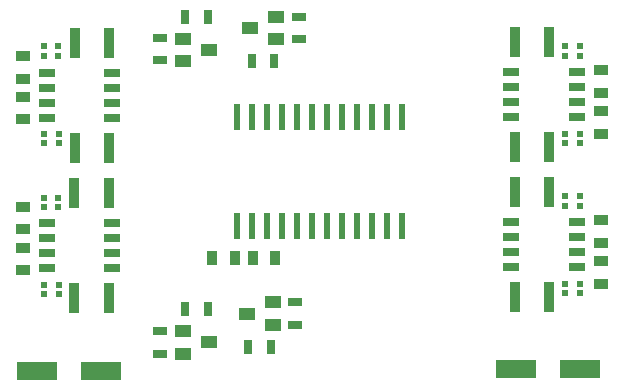
<source format=gbr>
G04 #@! TF.FileFunction,Paste,Top*
%FSLAX46Y46*%
G04 Gerber Fmt 4.6, Leading zero omitted, Abs format (unit mm)*
G04 Created by KiCad (PCBNEW 4.0.4-stable) date 12/08/16 20:58:41*
%MOMM*%
%LPD*%
G01*
G04 APERTURE LIST*
%ADD10C,0.100000*%
%ADD11R,3.500000X1.600000*%
%ADD12R,0.900000X2.500000*%
%ADD13R,1.300000X0.700000*%
%ADD14R,0.700000X1.300000*%
%ADD15R,1.400000X1.000000*%
%ADD16R,0.600000X0.550000*%
%ADD17R,0.600000X2.200000*%
%ADD18R,1.300000X0.900000*%
%ADD19R,0.900000X1.300000*%
%ADD20R,1.470000X0.650000*%
G04 APERTURE END LIST*
D10*
D11*
X113500000Y-112000000D03*
X118900000Y-112000000D03*
X78300000Y-112200000D03*
X72900000Y-112200000D03*
D12*
X78983268Y-106031844D03*
X76083268Y-106031844D03*
X78983268Y-97141844D03*
X76083268Y-97141844D03*
X79010434Y-93275944D03*
X76110434Y-93275944D03*
X79010434Y-84385944D03*
X76110434Y-84385944D03*
X113358000Y-84328000D03*
X116258000Y-84328000D03*
X113358000Y-93218000D03*
X116258000Y-93218000D03*
X113358000Y-97028000D03*
X116258000Y-97028000D03*
X113358000Y-105918000D03*
X116258000Y-105918000D03*
D13*
X95093654Y-84074874D03*
X95093654Y-82174874D03*
D14*
X92995654Y-85918874D03*
X91095654Y-85918874D03*
D13*
X83355647Y-83970559D03*
X83355647Y-85870559D03*
D14*
X85453647Y-82192559D03*
X87353647Y-82192559D03*
D13*
X94723444Y-108278058D03*
X94723444Y-106378058D03*
D14*
X92691444Y-110122058D03*
X90791444Y-110122058D03*
D13*
X83363467Y-108803357D03*
X83363467Y-110703357D03*
D14*
X85461467Y-106959357D03*
X87361467Y-106959357D03*
D15*
X93145654Y-84074874D03*
X93145654Y-82174874D03*
X90945654Y-83124874D03*
X85303647Y-84036559D03*
X85303647Y-85936559D03*
X87503647Y-84986559D03*
X92859444Y-108278058D03*
X92859444Y-106378058D03*
X90659444Y-107328058D03*
X85311467Y-108803357D03*
X85311467Y-110703357D03*
X87511467Y-109753357D03*
D16*
X118900000Y-104800000D03*
X118900000Y-105600000D03*
X118872000Y-98190000D03*
X118872000Y-97390000D03*
X118900000Y-92100000D03*
X118900000Y-92900000D03*
X118872000Y-85490000D03*
X118872000Y-84690000D03*
X117600000Y-105600000D03*
X117600000Y-104800000D03*
X117602000Y-97390000D03*
X117602000Y-98190000D03*
X117600000Y-92900000D03*
X117600000Y-92100000D03*
X117602000Y-84690000D03*
X117602000Y-85490000D03*
X73500000Y-85500000D03*
X73500000Y-84700000D03*
X73496434Y-92113944D03*
X73496434Y-92913944D03*
X73500000Y-98300000D03*
X73500000Y-97500000D03*
X73469268Y-104869844D03*
X73469268Y-105669844D03*
X74700000Y-84700000D03*
X74700000Y-85500000D03*
X74766434Y-92913944D03*
X74766434Y-92113944D03*
X74700000Y-97500000D03*
X74700000Y-98300000D03*
X74739268Y-105669844D03*
X74739268Y-104869844D03*
D17*
X89858000Y-90678000D03*
X89858000Y-99878000D03*
X91128000Y-90678000D03*
X91128000Y-99878000D03*
X92398000Y-90678000D03*
X92398000Y-99878000D03*
X93668000Y-90678000D03*
X93668000Y-99878000D03*
X94938000Y-90678000D03*
X94938000Y-99878000D03*
X96208000Y-90678000D03*
X96208000Y-99878000D03*
X97478000Y-90678000D03*
X97478000Y-99878000D03*
X98748000Y-90678000D03*
X98748000Y-99878000D03*
X100018000Y-90678000D03*
X100018000Y-99878000D03*
X101288000Y-90678000D03*
X101288000Y-99878000D03*
X102558000Y-90678000D03*
X102558000Y-99878000D03*
X103828000Y-90678000D03*
X103828000Y-99878000D03*
D18*
X120650000Y-102886000D03*
X120650000Y-104786000D03*
X120650000Y-101330000D03*
X120650000Y-99430000D03*
X120650000Y-90186000D03*
X120650000Y-92086000D03*
X120650000Y-88630000D03*
X120650000Y-86730000D03*
X71718434Y-87417944D03*
X71718434Y-85517944D03*
X71718434Y-88973944D03*
X71718434Y-90873944D03*
D19*
X89646000Y-102616000D03*
X87746000Y-102616000D03*
X91202000Y-102616000D03*
X93102000Y-102616000D03*
D18*
X71691268Y-100173844D03*
X71691268Y-98273844D03*
X71691268Y-101729844D03*
X71691268Y-103629844D03*
D20*
X113088000Y-99568000D03*
X113088000Y-100838000D03*
X113088000Y-102108000D03*
X113088000Y-103378000D03*
X118618000Y-103378000D03*
X118618000Y-102108000D03*
X118618000Y-100838000D03*
X118618000Y-99568000D03*
X113088000Y-86868000D03*
X113088000Y-88138000D03*
X113088000Y-89408000D03*
X113088000Y-90678000D03*
X118618000Y-90678000D03*
X118618000Y-89408000D03*
X118618000Y-88138000D03*
X118618000Y-86868000D03*
X79280434Y-90735944D03*
X79280434Y-89465944D03*
X79280434Y-88195944D03*
X79280434Y-86925944D03*
X73750434Y-86925944D03*
X73750434Y-88195944D03*
X73750434Y-89465944D03*
X73750434Y-90735944D03*
X79253268Y-103491844D03*
X79253268Y-102221844D03*
X79253268Y-100951844D03*
X79253268Y-99681844D03*
X73723268Y-99681844D03*
X73723268Y-100951844D03*
X73723268Y-102221844D03*
X73723268Y-103491844D03*
M02*

</source>
